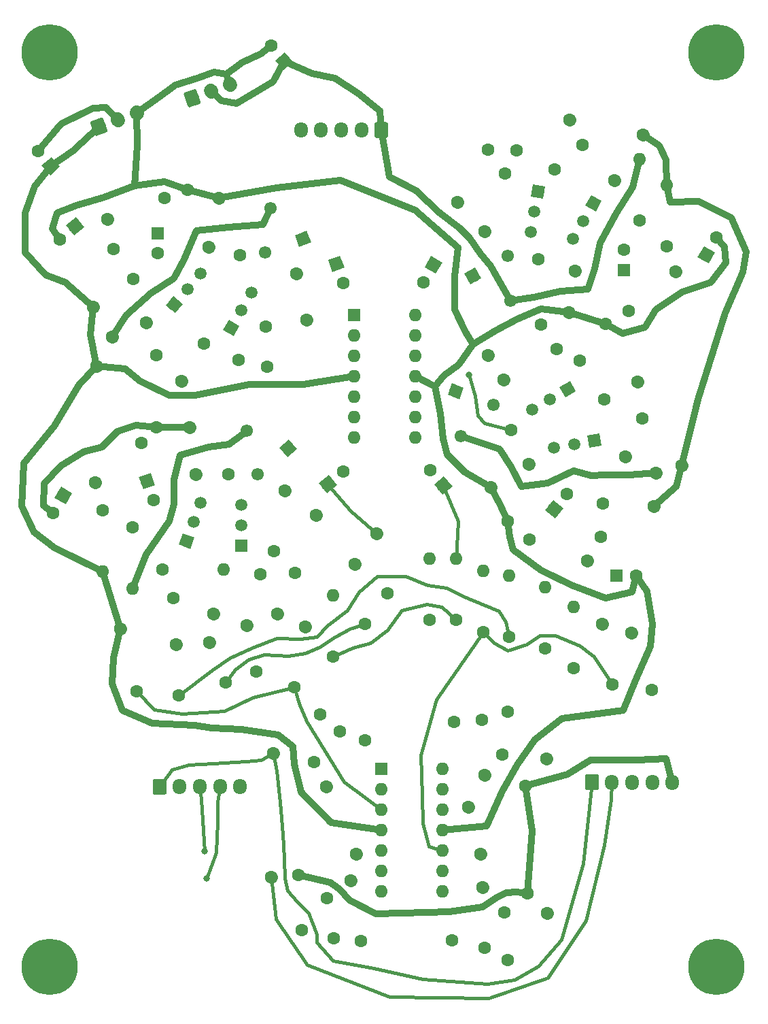
<source format=gbr>
G04 #@! TF.GenerationSoftware,KiCad,Pcbnew,(5.1.2-1)-1*
G04 #@! TF.CreationDate,2021-05-20T21:43:52-04:00*
G04 #@! TF.ProjectId,B_Format_Mic_Encoder,425f466f-726d-4617-945f-4d69635f456e,rev?*
G04 #@! TF.SameCoordinates,Original*
G04 #@! TF.FileFunction,Copper,L1,Top*
G04 #@! TF.FilePolarity,Positive*
%FSLAX46Y46*%
G04 Gerber Fmt 4.6, Leading zero omitted, Abs format (unit mm)*
G04 Created by KiCad (PCBNEW (5.1.2-1)-1) date 2021-05-20 21:43:52*
%MOMM*%
%LPD*%
G04 APERTURE LIST*
%ADD10C,7.000000*%
%ADD11C,1.600000*%
%ADD12C,1.600000*%
%ADD13C,0.100000*%
%ADD14R,1.600000X1.600000*%
%ADD15C,1.700000*%
%ADD16O,1.700000X1.950000*%
%ADD17C,1.700000*%
%ADD18C,1.500000*%
%ADD19R,1.500000X1.500000*%
%ADD20O,1.600000X1.600000*%
%ADD21C,1.550000*%
%ADD22C,0.800000*%
%ADD23C,0.812800*%
%ADD24C,0.406400*%
G04 APERTURE END LIST*
D10*
X17780000Y-131572000D03*
X100838000Y-131572000D03*
X100838000Y-17780000D03*
X17780000Y-17780000D03*
D11*
X74803000Y-99822000D03*
X79701042Y-105659259D03*
D12*
X79701042Y-105659259D02*
X79701042Y-105659259D01*
D11*
X45357631Y-16969789D03*
X46964600Y-18884900D03*
D13*
G36*
X48091666Y-18983505D02*
G01*
X46865995Y-20011966D01*
X45837534Y-18786295D01*
X47063205Y-17757834D01*
X48091666Y-18983505D01*
X48091666Y-18983505D01*
G37*
D11*
X16312731Y-30025389D03*
X17919700Y-31940500D03*
D13*
G36*
X19046766Y-32039105D02*
G01*
X17821095Y-33067566D01*
X16792634Y-31841895D01*
X18018305Y-30813434D01*
X19046766Y-32039105D01*
X19046766Y-32039105D01*
G37*
D11*
X90869433Y-82854518D03*
D14*
X88369433Y-82854518D03*
D11*
X20937003Y-39422494D03*
D13*
G36*
X21035608Y-38295428D02*
G01*
X22064069Y-39521099D01*
X20838398Y-40549560D01*
X19809937Y-39323889D01*
X21035608Y-38295428D01*
X21035608Y-38295428D01*
G37*
D11*
X19021892Y-41029463D03*
X19472082Y-72912827D03*
D13*
G36*
X19179262Y-71820007D02*
G01*
X20564902Y-72620007D01*
X19764902Y-74005647D01*
X18379262Y-73205647D01*
X19179262Y-71820007D01*
X19179262Y-71820007D01*
G37*
D11*
X18222082Y-75077891D03*
X99576817Y-42972418D03*
D13*
G36*
X99869637Y-44065238D02*
G01*
X98483997Y-43265238D01*
X99283997Y-41879598D01*
X100669637Y-42679598D01*
X99869637Y-44065238D01*
X99869637Y-44065238D01*
G37*
D11*
X100826817Y-40807354D03*
X82238191Y-72716905D03*
X80631222Y-74632016D03*
D13*
G36*
X80729827Y-75759082D02*
G01*
X79504156Y-74730621D01*
X80532617Y-73504950D01*
X81758288Y-74533411D01*
X80729827Y-75759082D01*
X80729827Y-75759082D01*
G37*
D14*
X31245078Y-40265781D03*
D11*
X31245078Y-42765781D03*
X29905422Y-71121259D03*
D13*
G36*
X28880052Y-70643121D02*
G01*
X30383560Y-70095889D01*
X30930792Y-71599397D01*
X29427284Y-72146629D01*
X28880052Y-70643121D01*
X28880052Y-70643121D01*
G37*
D11*
X30760472Y-73470491D03*
X89351921Y-42354340D03*
D14*
X89351921Y-44854340D03*
D11*
X66814700Y-71678800D03*
D13*
G36*
X67941766Y-71777405D02*
G01*
X66716095Y-72805866D01*
X65687634Y-71580195D01*
X66913305Y-70551734D01*
X67941766Y-71777405D01*
X67941766Y-71777405D01*
G37*
D11*
X65207731Y-69763689D03*
X54334750Y-46443632D03*
X53479700Y-44094400D03*
D13*
G36*
X52454330Y-43616262D02*
G01*
X53957838Y-43069030D01*
X54505070Y-44572538D01*
X53001562Y-45119770D01*
X52454330Y-43616262D01*
X52454330Y-43616262D01*
G37*
D11*
X54353411Y-69894031D03*
X52438300Y-71501000D03*
D13*
G36*
X52339695Y-72628066D02*
G01*
X51311234Y-71402395D01*
X52536905Y-70373934D01*
X53565366Y-71599605D01*
X52339695Y-72628066D01*
X52339695Y-72628066D01*
G37*
D11*
X64345500Y-46386464D03*
X65595500Y-44221400D03*
D13*
G36*
X65302680Y-43128580D02*
G01*
X66688320Y-43928580D01*
X65888320Y-45314220D01*
X64502680Y-44514220D01*
X65302680Y-43128580D01*
X65302680Y-43128580D01*
G37*
D11*
X50672162Y-106103322D03*
X53886100Y-102273100D03*
X53200300Y-127977900D03*
X52332059Y-123053861D03*
X74426798Y-124837659D03*
X71926798Y-129167786D03*
X71628000Y-100838000D03*
X74128000Y-105168127D03*
D13*
G36*
X59717604Y-26458204D02*
G01*
X59741873Y-26461804D01*
X59765671Y-26467765D01*
X59788771Y-26476030D01*
X59810949Y-26486520D01*
X59831993Y-26499133D01*
X59851698Y-26513747D01*
X59869877Y-26530223D01*
X59886353Y-26548402D01*
X59900967Y-26568107D01*
X59913580Y-26589151D01*
X59924070Y-26611329D01*
X59932335Y-26634429D01*
X59938296Y-26658227D01*
X59941896Y-26682496D01*
X59943100Y-26707000D01*
X59943100Y-28157000D01*
X59941896Y-28181504D01*
X59938296Y-28205773D01*
X59932335Y-28229571D01*
X59924070Y-28252671D01*
X59913580Y-28274849D01*
X59900967Y-28295893D01*
X59886353Y-28315598D01*
X59869877Y-28333777D01*
X59851698Y-28350253D01*
X59831993Y-28364867D01*
X59810949Y-28377480D01*
X59788771Y-28387970D01*
X59765671Y-28396235D01*
X59741873Y-28402196D01*
X59717604Y-28405796D01*
X59693100Y-28407000D01*
X58493100Y-28407000D01*
X58468596Y-28405796D01*
X58444327Y-28402196D01*
X58420529Y-28396235D01*
X58397429Y-28387970D01*
X58375251Y-28377480D01*
X58354207Y-28364867D01*
X58334502Y-28350253D01*
X58316323Y-28333777D01*
X58299847Y-28315598D01*
X58285233Y-28295893D01*
X58272620Y-28274849D01*
X58262130Y-28252671D01*
X58253865Y-28229571D01*
X58247904Y-28205773D01*
X58244304Y-28181504D01*
X58243100Y-28157000D01*
X58243100Y-26707000D01*
X58244304Y-26682496D01*
X58247904Y-26658227D01*
X58253865Y-26634429D01*
X58262130Y-26611329D01*
X58272620Y-26589151D01*
X58285233Y-26568107D01*
X58299847Y-26548402D01*
X58316323Y-26530223D01*
X58334502Y-26513747D01*
X58354207Y-26499133D01*
X58375251Y-26486520D01*
X58397429Y-26476030D01*
X58420529Y-26467765D01*
X58444327Y-26461804D01*
X58468596Y-26458204D01*
X58493100Y-26457000D01*
X59693100Y-26457000D01*
X59717604Y-26458204D01*
X59717604Y-26458204D01*
G37*
D15*
X59093100Y-27432000D03*
D16*
X56593100Y-27432000D03*
X54093100Y-27432000D03*
X51593100Y-27432000D03*
X49093100Y-27432000D03*
X95331300Y-108585000D03*
X92831300Y-108585000D03*
X90331300Y-108585000D03*
X87831300Y-108585000D03*
D13*
G36*
X85955804Y-107611204D02*
G01*
X85980073Y-107614804D01*
X86003871Y-107620765D01*
X86026971Y-107629030D01*
X86049149Y-107639520D01*
X86070193Y-107652133D01*
X86089898Y-107666747D01*
X86108077Y-107683223D01*
X86124553Y-107701402D01*
X86139167Y-107721107D01*
X86151780Y-107742151D01*
X86162270Y-107764329D01*
X86170535Y-107787429D01*
X86176496Y-107811227D01*
X86180096Y-107835496D01*
X86181300Y-107860000D01*
X86181300Y-109310000D01*
X86180096Y-109334504D01*
X86176496Y-109358773D01*
X86170535Y-109382571D01*
X86162270Y-109405671D01*
X86151780Y-109427849D01*
X86139167Y-109448893D01*
X86124553Y-109468598D01*
X86108077Y-109486777D01*
X86089898Y-109503253D01*
X86070193Y-109517867D01*
X86049149Y-109530480D01*
X86026971Y-109540970D01*
X86003871Y-109549235D01*
X85980073Y-109555196D01*
X85955804Y-109558796D01*
X85931300Y-109560000D01*
X84731300Y-109560000D01*
X84706796Y-109558796D01*
X84682527Y-109555196D01*
X84658729Y-109549235D01*
X84635629Y-109540970D01*
X84613451Y-109530480D01*
X84592407Y-109517867D01*
X84572702Y-109503253D01*
X84554523Y-109486777D01*
X84538047Y-109468598D01*
X84523433Y-109448893D01*
X84510820Y-109427849D01*
X84500330Y-109405671D01*
X84492065Y-109382571D01*
X84486104Y-109358773D01*
X84482504Y-109334504D01*
X84481300Y-109310000D01*
X84481300Y-107860000D01*
X84482504Y-107835496D01*
X84486104Y-107811227D01*
X84492065Y-107787429D01*
X84500330Y-107764329D01*
X84510820Y-107742151D01*
X84523433Y-107721107D01*
X84538047Y-107701402D01*
X84554523Y-107683223D01*
X84572702Y-107666747D01*
X84592407Y-107652133D01*
X84613451Y-107639520D01*
X84635629Y-107629030D01*
X84658729Y-107620765D01*
X84682527Y-107614804D01*
X84706796Y-107611204D01*
X84731300Y-107610000D01*
X85931300Y-107610000D01*
X85955804Y-107611204D01*
X85955804Y-107611204D01*
G37*
D15*
X85331300Y-108585000D03*
D13*
G36*
X32107804Y-108182704D02*
G01*
X32132073Y-108186304D01*
X32155871Y-108192265D01*
X32178971Y-108200530D01*
X32201149Y-108211020D01*
X32222193Y-108223633D01*
X32241898Y-108238247D01*
X32260077Y-108254723D01*
X32276553Y-108272902D01*
X32291167Y-108292607D01*
X32303780Y-108313651D01*
X32314270Y-108335829D01*
X32322535Y-108358929D01*
X32328496Y-108382727D01*
X32332096Y-108406996D01*
X32333300Y-108431500D01*
X32333300Y-109881500D01*
X32332096Y-109906004D01*
X32328496Y-109930273D01*
X32322535Y-109954071D01*
X32314270Y-109977171D01*
X32303780Y-109999349D01*
X32291167Y-110020393D01*
X32276553Y-110040098D01*
X32260077Y-110058277D01*
X32241898Y-110074753D01*
X32222193Y-110089367D01*
X32201149Y-110101980D01*
X32178971Y-110112470D01*
X32155871Y-110120735D01*
X32132073Y-110126696D01*
X32107804Y-110130296D01*
X32083300Y-110131500D01*
X30883300Y-110131500D01*
X30858796Y-110130296D01*
X30834527Y-110126696D01*
X30810729Y-110120735D01*
X30787629Y-110112470D01*
X30765451Y-110101980D01*
X30744407Y-110089367D01*
X30724702Y-110074753D01*
X30706523Y-110058277D01*
X30690047Y-110040098D01*
X30675433Y-110020393D01*
X30662820Y-109999349D01*
X30652330Y-109977171D01*
X30644065Y-109954071D01*
X30638104Y-109930273D01*
X30634504Y-109906004D01*
X30633300Y-109881500D01*
X30633300Y-108431500D01*
X30634504Y-108406996D01*
X30638104Y-108382727D01*
X30644065Y-108358929D01*
X30652330Y-108335829D01*
X30662820Y-108313651D01*
X30675433Y-108292607D01*
X30690047Y-108272902D01*
X30706523Y-108254723D01*
X30724702Y-108238247D01*
X30744407Y-108223633D01*
X30765451Y-108211020D01*
X30787629Y-108200530D01*
X30810729Y-108192265D01*
X30834527Y-108186304D01*
X30858796Y-108182704D01*
X30883300Y-108181500D01*
X32083300Y-108181500D01*
X32107804Y-108182704D01*
X32107804Y-108182704D01*
G37*
D15*
X31483300Y-109156500D03*
D16*
X33983300Y-109156500D03*
X36483300Y-109156500D03*
X38983300Y-109156500D03*
X41483300Y-109156500D03*
D13*
G36*
X24265284Y-25891620D02*
G01*
X24289372Y-25896275D01*
X24312888Y-25903269D01*
X24335606Y-25912534D01*
X24357305Y-25923981D01*
X24377778Y-25937500D01*
X24396828Y-25952960D01*
X24414270Y-25970213D01*
X24429938Y-25989093D01*
X24443679Y-26009418D01*
X24455362Y-26030991D01*
X24464874Y-26053606D01*
X24960803Y-27416160D01*
X24968053Y-27439598D01*
X24972970Y-27463634D01*
X24975508Y-27488036D01*
X24975642Y-27512570D01*
X24973371Y-27536998D01*
X24968716Y-27561086D01*
X24961722Y-27584602D01*
X24952457Y-27607320D01*
X24941010Y-27629019D01*
X24927491Y-27649492D01*
X24912031Y-27668542D01*
X24894778Y-27685984D01*
X24875898Y-27701652D01*
X24855573Y-27715393D01*
X24834000Y-27727076D01*
X24811385Y-27736588D01*
X23683754Y-28147012D01*
X23660316Y-28154262D01*
X23636280Y-28159179D01*
X23611878Y-28161717D01*
X23587344Y-28161851D01*
X23562916Y-28159580D01*
X23538828Y-28154925D01*
X23515312Y-28147931D01*
X23492594Y-28138666D01*
X23470895Y-28127219D01*
X23450422Y-28113700D01*
X23431372Y-28098240D01*
X23413930Y-28080987D01*
X23398262Y-28062107D01*
X23384521Y-28041782D01*
X23372838Y-28020209D01*
X23363326Y-27997594D01*
X22867397Y-26635040D01*
X22860147Y-26611602D01*
X22855230Y-26587566D01*
X22852692Y-26563164D01*
X22852558Y-26538630D01*
X22854829Y-26514202D01*
X22859484Y-26490114D01*
X22866478Y-26466598D01*
X22875743Y-26443880D01*
X22887190Y-26422181D01*
X22900709Y-26401708D01*
X22916169Y-26382658D01*
X22933422Y-26365216D01*
X22952302Y-26349548D01*
X22972627Y-26335807D01*
X22994200Y-26324124D01*
X23016815Y-26314612D01*
X24144446Y-25904188D01*
X24167884Y-25896938D01*
X24191920Y-25892021D01*
X24216322Y-25889483D01*
X24240856Y-25889349D01*
X24265284Y-25891620D01*
X24265284Y-25891620D01*
G37*
D15*
X23914100Y-27025600D03*
X26263332Y-26170550D03*
D17*
X26220579Y-26053088D02*
X26306085Y-26288012D01*
D15*
X28612563Y-25315499D03*
D17*
X28569810Y-25198037D02*
X28655316Y-25432961D01*
D15*
X40245763Y-21759499D03*
D17*
X40203010Y-21642037D02*
X40288516Y-21876961D01*
D15*
X37896532Y-22614550D03*
D17*
X37853779Y-22497088D02*
X37939285Y-22732012D01*
D13*
G36*
X35898484Y-22335620D02*
G01*
X35922572Y-22340275D01*
X35946088Y-22347269D01*
X35968806Y-22356534D01*
X35990505Y-22367981D01*
X36010978Y-22381500D01*
X36030028Y-22396960D01*
X36047470Y-22414213D01*
X36063138Y-22433093D01*
X36076879Y-22453418D01*
X36088562Y-22474991D01*
X36098074Y-22497606D01*
X36594003Y-23860160D01*
X36601253Y-23883598D01*
X36606170Y-23907634D01*
X36608708Y-23932036D01*
X36608842Y-23956570D01*
X36606571Y-23980998D01*
X36601916Y-24005086D01*
X36594922Y-24028602D01*
X36585657Y-24051320D01*
X36574210Y-24073019D01*
X36560691Y-24093492D01*
X36545231Y-24112542D01*
X36527978Y-24129984D01*
X36509098Y-24145652D01*
X36488773Y-24159393D01*
X36467200Y-24171076D01*
X36444585Y-24180588D01*
X35316954Y-24591012D01*
X35293516Y-24598262D01*
X35269480Y-24603179D01*
X35245078Y-24605717D01*
X35220544Y-24605851D01*
X35196116Y-24603580D01*
X35172028Y-24598925D01*
X35148512Y-24591931D01*
X35125794Y-24582666D01*
X35104095Y-24571219D01*
X35083622Y-24557700D01*
X35064572Y-24542240D01*
X35047130Y-24524987D01*
X35031462Y-24506107D01*
X35017721Y-24485782D01*
X35006038Y-24464209D01*
X34996526Y-24441594D01*
X34500597Y-23079040D01*
X34493347Y-23055602D01*
X34488430Y-23031566D01*
X34485892Y-23007164D01*
X34485758Y-22982630D01*
X34488029Y-22958202D01*
X34492684Y-22934114D01*
X34499678Y-22910598D01*
X34508943Y-22887880D01*
X34520390Y-22866181D01*
X34533909Y-22845708D01*
X34549369Y-22826658D01*
X34566622Y-22809216D01*
X34585502Y-22793548D01*
X34605827Y-22779807D01*
X34627400Y-22768124D01*
X34650015Y-22758612D01*
X35777646Y-22348188D01*
X35801084Y-22340938D01*
X35825120Y-22336021D01*
X35849522Y-22333483D01*
X35874056Y-22333349D01*
X35898484Y-22335620D01*
X35898484Y-22335620D01*
G37*
D15*
X35547300Y-23469600D03*
D18*
X85618949Y-66067837D03*
D13*
G36*
X84750107Y-65459467D02*
G01*
X86227319Y-65198995D01*
X86487791Y-66676207D01*
X85010579Y-66936679D01*
X84750107Y-65459467D01*
X84750107Y-65459467D01*
G37*
D18*
X80616126Y-66949970D03*
X83117537Y-66508903D03*
X34932081Y-47228647D03*
X36564761Y-45282894D03*
X33299400Y-49174400D03*
D13*
G36*
X34356024Y-49081957D02*
G01*
X33391843Y-50231024D01*
X32242776Y-49266843D01*
X33206957Y-48117776D01*
X34356024Y-49081957D01*
X34356024Y-49081957D01*
G37*
D18*
X35710233Y-76197647D03*
X36578964Y-73810827D03*
X34841502Y-78584466D03*
D13*
G36*
X35802787Y-78136212D02*
G01*
X35289756Y-79545751D01*
X33880217Y-79032720D01*
X34393248Y-77623181D01*
X35802787Y-78136212D01*
X35802787Y-78136212D01*
G37*
D18*
X84264985Y-38751234D03*
X82994985Y-40950938D03*
X85534985Y-36551529D03*
D13*
G36*
X84510466Y-36826048D02*
G01*
X85260466Y-35527010D01*
X86559504Y-36277010D01*
X85809504Y-37576048D01*
X84510466Y-36826048D01*
X84510466Y-36826048D01*
G37*
D18*
X80117726Y-60946402D03*
X77918022Y-62216402D03*
X82317431Y-59676402D03*
D13*
G36*
X81292912Y-59401883D02*
G01*
X82591950Y-58651883D01*
X83341950Y-59950921D01*
X82042912Y-60700921D01*
X81292912Y-59401883D01*
X81292912Y-59401883D01*
G37*
D18*
X40406247Y-52068253D03*
D13*
G36*
X41430766Y-51793734D02*
G01*
X40680766Y-53092772D01*
X39381728Y-52342772D01*
X40131728Y-51043734D01*
X41430766Y-51793734D01*
X41430766Y-51793734D01*
G37*
D18*
X42946247Y-47668844D03*
X41676247Y-49868548D03*
D19*
X41640525Y-79179304D03*
D18*
X41640525Y-74099304D03*
X41640525Y-76639304D03*
X78612719Y-35098544D03*
D13*
G36*
X77743877Y-35706914D02*
G01*
X78004349Y-34229702D01*
X79481561Y-34490174D01*
X79221089Y-35967386D01*
X77743877Y-35706914D01*
X77743877Y-35706914D01*
G37*
D18*
X77730586Y-40101367D03*
X78171653Y-37599956D03*
D11*
X93066813Y-74243764D03*
D12*
X93066813Y-74243764D02*
X93066813Y-74243764D01*
D11*
X86467699Y-78053764D03*
X23149201Y-49424321D03*
D12*
X23149201Y-49424321D02*
X23149201Y-49424321D01*
D11*
X25755394Y-42263863D03*
X24356660Y-74782502D03*
D20*
X24356660Y-82402502D03*
D11*
X94659147Y-41893129D03*
D20*
X94659147Y-34273129D03*
D11*
X84739448Y-81019737D03*
D12*
X84739448Y-81019737D02*
X84739448Y-81019737D01*
D11*
X77578990Y-78413544D03*
X24929660Y-38509887D03*
D12*
X24929660Y-38509887D02*
X24929660Y-38509887D01*
D11*
X32090118Y-35903694D03*
X29238886Y-66375373D03*
X23401627Y-71273415D03*
D12*
X23401627Y-71273415D02*
X23401627Y-71273415D01*
D11*
X89931909Y-49971263D03*
X95769168Y-45073221D03*
D12*
X95769168Y-45073221D02*
X95769168Y-45073221D01*
D11*
X93276361Y-70103335D03*
D12*
X93276361Y-70103335D02*
X93276361Y-70103335D01*
D11*
X86677247Y-73913335D03*
X28186964Y-45973963D03*
X25580771Y-53134421D03*
D12*
X25580771Y-53134421D02*
X25580771Y-53134421D01*
D11*
X28136400Y-76916098D03*
D20*
X28136400Y-84536098D03*
D11*
X91259605Y-38711048D03*
D20*
X91259605Y-31091048D03*
D11*
X89469552Y-68085988D03*
D12*
X89469552Y-68085988D02*
X89469552Y-68085988D01*
D11*
X86863359Y-60925530D03*
X77419017Y-68975872D03*
D12*
X77419017Y-68975872D02*
X77419017Y-68975872D01*
D11*
X74812824Y-76136330D03*
X29796542Y-51368807D03*
D12*
X29796542Y-51368807D02*
X29796542Y-51368807D01*
D11*
X36957000Y-53975000D03*
X37560494Y-42021675D03*
D12*
X37560494Y-42021675D02*
X37560494Y-42021675D01*
D11*
X34954301Y-34861217D03*
X31828952Y-82107017D03*
D20*
X39448952Y-82107017D03*
D11*
X31086005Y-64427569D03*
X35984047Y-70264828D03*
D12*
X35984047Y-70264828D02*
X35984047Y-70264828D01*
D11*
X80636066Y-32372873D03*
X88140301Y-33696072D03*
D12*
X88140301Y-33696072D02*
X88140301Y-33696072D01*
D11*
X87068959Y-51577787D03*
X83258959Y-44978673D03*
D12*
X83258959Y-44978673D02*
X83258959Y-44978673D01*
D11*
X96476247Y-69181638D03*
D12*
X96476247Y-69181638D02*
X96476247Y-69181638D01*
D11*
X91578205Y-63344379D03*
X23593418Y-56779503D03*
D12*
X23593418Y-56779503D02*
X23593418Y-56779503D01*
D11*
X31097653Y-55456304D03*
X33141827Y-85647411D03*
X26542713Y-89457411D03*
D12*
X26542713Y-89457411D02*
X26542713Y-89457411D01*
D11*
X84183600Y-29329826D03*
X91687835Y-28006627D03*
D12*
X91687835Y-28006627D02*
X91687835Y-28006627D01*
D11*
X83811475Y-56165668D03*
X90971933Y-58771861D03*
D12*
X90971933Y-58771861D02*
X90971933Y-58771861D01*
D11*
X75284918Y-64739266D03*
X72678725Y-71899724D03*
D12*
X72678725Y-71899724D02*
X72678725Y-71899724D01*
D11*
X41318853Y-56060910D03*
X34158395Y-58667103D03*
D12*
X34158395Y-58667103D02*
X34158395Y-58667103D01*
D11*
X41445219Y-43040462D03*
X38839026Y-35880004D03*
D12*
X38839026Y-35880004D02*
X38839026Y-35880004D01*
D11*
X38176477Y-87656420D03*
D12*
X38176477Y-87656420D02*
X38176477Y-87656420D01*
D11*
X44013736Y-82758378D03*
X35180398Y-64407170D03*
D12*
X35180398Y-64407170D02*
X35180398Y-64407170D01*
D11*
X40078440Y-70244429D03*
X82521246Y-26185283D03*
D12*
X82521246Y-26185283D02*
X82521246Y-26185283D01*
D11*
X75922132Y-29995283D03*
X82457929Y-50156394D03*
D12*
X82457929Y-50156394D02*
X82457929Y-50156394D01*
D11*
X78647929Y-43557280D03*
X74352654Y-58475310D03*
D12*
X74352654Y-58475310D02*
X74352654Y-58475310D01*
D11*
X80951768Y-54665310D03*
X48469524Y-45272579D03*
D12*
X48469524Y-45272579D02*
X48469524Y-45272579D01*
D11*
X44659524Y-51871693D03*
X45750136Y-79809284D03*
X47073335Y-72305049D03*
D12*
X47073335Y-72305049D02*
X47073335Y-72305049D01*
D11*
X74533508Y-32884657D03*
X71927315Y-40045115D03*
D12*
X71927315Y-40045115D02*
X71927315Y-40045115D01*
D11*
X78984397Y-51678714D03*
X72385283Y-55488714D03*
D12*
X72385283Y-55488714D02*
X72385283Y-55488714D01*
D11*
X44878021Y-56927888D03*
X49776063Y-51090629D03*
D12*
X49776063Y-51090629D02*
X49776063Y-51090629D01*
D11*
X50947814Y-75381599D03*
D12*
X50947814Y-75381599D02*
X50947814Y-75381599D01*
D11*
X48341621Y-82542057D03*
X68537502Y-36443917D03*
D12*
X68537502Y-36443917D02*
X68537502Y-36443917D01*
D11*
X72347502Y-29844803D03*
X28624300Y-97278334D03*
X33522342Y-91441075D03*
D12*
X33522342Y-91441075D02*
X33522342Y-91441075D01*
D11*
X49612653Y-89231856D03*
D12*
X49612653Y-89231856D02*
X49612653Y-89231856D01*
D11*
X48289454Y-96736091D03*
X65080095Y-88362215D03*
D20*
X65080095Y-80742215D03*
X79497280Y-84289212D03*
D11*
X79497280Y-91909212D03*
X53060600Y-92951300D03*
D20*
X53060600Y-85331300D03*
X68426760Y-80777798D03*
D11*
X68426760Y-88397798D03*
X46135256Y-87636457D03*
D12*
X46135256Y-87636457D02*
X46135256Y-87636457D01*
D11*
X43529063Y-94796915D03*
D20*
X83009898Y-86743509D03*
D11*
X83009898Y-94363509D03*
D20*
X71782459Y-82298006D03*
D11*
X71782459Y-89918006D03*
X87887608Y-96409152D03*
X86564409Y-88904917D03*
D12*
X86564409Y-88904917D02*
X86564409Y-88904917D01*
D11*
X42288398Y-89033932D03*
D12*
X42288398Y-89033932D02*
X42288398Y-89033932D01*
D11*
X39682205Y-96194390D03*
X57073800Y-88925400D03*
X55750601Y-81421165D03*
D12*
X55750601Y-81421165D02*
X55750601Y-81421165D01*
D11*
X59817000Y-85128100D03*
X58493801Y-77623865D03*
D12*
X58493801Y-77623865D02*
X58493801Y-77623865D01*
D11*
X92809107Y-97146257D03*
X90202914Y-89985799D03*
D12*
X90202914Y-89985799D02*
X90202914Y-89985799D01*
D11*
X37686793Y-91212435D03*
D12*
X37686793Y-91212435D02*
X37686793Y-91212435D01*
D11*
X33876793Y-97811549D03*
D20*
X75034294Y-82871391D03*
D11*
X75034294Y-90491391D03*
X48793400Y-120154700D03*
X55953858Y-117548507D03*
D12*
X55953858Y-117548507D02*
X55953858Y-117548507D01*
D11*
X71480341Y-117529958D03*
D12*
X71480341Y-117529958D02*
X71480341Y-117529958D01*
D11*
X77317600Y-122428000D03*
X77050900Y-109042200D03*
X69890442Y-111648393D03*
D12*
X69890442Y-111648393D02*
X69890442Y-111648393D01*
D11*
X57086500Y-103339900D03*
X52188458Y-109177159D03*
D12*
X52188458Y-109177159D02*
X52188458Y-109177159D01*
D11*
X55255301Y-120829265D03*
D12*
X55255301Y-120829265D02*
X55255301Y-120829265D01*
D11*
X56578500Y-128333500D03*
X71692257Y-121700024D03*
D12*
X71692257Y-121700024D02*
X71692257Y-121700024D01*
D11*
X67882257Y-128299138D03*
X71932362Y-107704988D03*
D12*
X71932362Y-107704988D02*
X71932362Y-107704988D01*
D11*
X68122362Y-101105874D03*
X51460400Y-100126800D03*
X45623141Y-105024842D03*
D12*
X45623141Y-105024842D02*
X45623141Y-105024842D01*
D11*
X49199800Y-126987300D03*
X45389800Y-120388186D03*
D12*
X45389800Y-120388186D02*
X45389800Y-120388186D01*
D11*
X79751842Y-124871141D03*
D12*
X79751842Y-124871141D02*
X79751842Y-124871141D01*
D11*
X74853800Y-130708400D03*
D21*
X68992096Y-65499224D03*
X68352965Y-59945711D03*
D13*
G36*
X67359638Y-60408907D02*
G01*
X67889769Y-58952384D01*
X69346292Y-59482515D01*
X68816161Y-60939038D01*
X67359638Y-60408907D01*
X67359638Y-60408907D01*
G37*
D21*
X73051428Y-61655812D03*
X44645196Y-42686669D03*
X49343659Y-40976568D03*
D13*
G36*
X49806855Y-39983241D02*
G01*
X50336986Y-41439764D01*
X48880463Y-41969895D01*
X48350332Y-40513372D01*
X49806855Y-39983241D01*
X49806855Y-39983241D01*
G37*
D21*
X45284327Y-37133155D03*
X42343551Y-64832747D03*
X47472600Y-67056000D03*
D13*
G36*
X47568124Y-65964155D02*
G01*
X48564445Y-67151524D01*
X47377076Y-68147845D01*
X46380755Y-66960476D01*
X47568124Y-65964155D01*
X47568124Y-65964155D01*
G37*
D21*
X43642378Y-70269938D03*
X74812325Y-43101322D03*
X70482198Y-45601322D03*
D13*
G36*
X70198528Y-46659992D02*
G01*
X69423528Y-45317652D01*
X70765868Y-44542652D01*
X71540868Y-45884992D01*
X70198528Y-46659992D01*
X70198528Y-46659992D01*
G37*
D21*
X75147262Y-48681449D03*
D20*
X63360300Y-50419000D03*
X55740300Y-65659000D03*
X63360300Y-52959000D03*
X55740300Y-63119000D03*
X63360300Y-55499000D03*
X55740300Y-60579000D03*
X63360300Y-58039000D03*
X55740300Y-58039000D03*
X63360300Y-60579000D03*
X55740300Y-55499000D03*
X63360300Y-63119000D03*
X55740300Y-52959000D03*
X63360300Y-65659000D03*
D14*
X55740300Y-50419000D03*
X59093100Y-106972100D03*
D20*
X66713100Y-122212100D03*
X59093100Y-109512100D03*
X66713100Y-119672100D03*
X59093100Y-112052100D03*
X66713100Y-117132100D03*
X59093100Y-114592100D03*
X66713100Y-114592100D03*
X59093100Y-117132100D03*
X66713100Y-112052100D03*
X59093100Y-119672100D03*
X66713100Y-109512100D03*
X59093100Y-122212100D03*
X66713100Y-106972100D03*
D22*
X37299900Y-120561100D03*
X37071300Y-117208300D03*
X69989700Y-57937400D03*
D23*
X38839026Y-35880004D02*
X34954301Y-34861217D01*
X34954301Y-34861217D02*
X32067500Y-33896300D01*
X32067500Y-33896300D02*
X28371800Y-34378900D01*
X28371800Y-34378900D02*
X24536400Y-35788600D01*
X24536400Y-35788600D02*
X21069300Y-36842700D01*
X21069300Y-36842700D02*
X18694400Y-37731700D01*
X18694400Y-37731700D02*
X18072100Y-39700200D01*
X18072100Y-39700200D02*
X19021892Y-41029463D01*
X18222082Y-75077891D02*
X17043400Y-74142600D01*
X17043400Y-74142600D02*
X17068800Y-71437500D01*
X17068800Y-71437500D02*
X19126200Y-69240400D01*
X19126200Y-69240400D02*
X21983700Y-67437000D01*
X21983700Y-67437000D02*
X24282400Y-66878200D01*
X24282400Y-66878200D02*
X26238200Y-64973200D01*
X26238200Y-64973200D02*
X28511500Y-64160400D01*
X28511500Y-64160400D02*
X31086005Y-64427569D01*
X35180398Y-64407170D02*
X31086005Y-64427569D01*
X72678725Y-71899724D02*
X73926700Y-74079100D01*
X73926700Y-74079100D02*
X74812824Y-76136330D01*
X90869433Y-82854518D02*
X90309700Y-84912200D01*
X90309700Y-84912200D02*
X87045800Y-85674200D01*
X87045800Y-85674200D02*
X82765900Y-84061300D01*
X82765900Y-84061300D02*
X78994000Y-82194400D01*
X78994000Y-82194400D02*
X75514200Y-79629000D01*
X75514200Y-79629000D02*
X75120500Y-78028800D01*
X75120500Y-78028800D02*
X74812824Y-76136330D01*
X100826817Y-40807354D02*
X101854000Y-41998900D01*
X101854000Y-41998900D02*
X101981000Y-43929300D01*
X101981000Y-43929300D02*
X100139500Y-46367700D01*
X100139500Y-46367700D02*
X96583500Y-47574200D01*
X96583500Y-47574200D02*
X93256100Y-49822100D01*
X93256100Y-49822100D02*
X91948000Y-51981100D01*
X91948000Y-51981100D02*
X89115900Y-52705000D01*
X89115900Y-52705000D02*
X87068959Y-51577787D01*
X87068959Y-51577787D02*
X82457929Y-50156394D01*
X63360300Y-58039000D02*
X65735200Y-59334400D01*
X65735200Y-59334400D02*
X66484500Y-62699900D01*
X66484500Y-62699900D02*
X66814700Y-65874900D01*
X66814700Y-65874900D02*
X67322700Y-67779900D01*
X67322700Y-67779900D02*
X69481700Y-70040500D01*
X69481700Y-70040500D02*
X72678725Y-71899724D01*
X82457929Y-50156394D02*
X78994000Y-49695100D01*
X78994000Y-49695100D02*
X76034900Y-50939700D01*
X76034900Y-50939700D02*
X73329800Y-52438300D01*
X73329800Y-52438300D02*
X70535800Y-54063900D01*
X70535800Y-54063900D02*
X68745100Y-56680100D01*
X68745100Y-56680100D02*
X66852800Y-58013600D01*
X66852800Y-58013600D02*
X65735200Y-59334400D01*
X38839026Y-35880004D02*
X46037500Y-34632900D01*
X46037500Y-34632900D02*
X53987700Y-33655000D01*
X53987700Y-33655000D02*
X63334900Y-37426900D01*
X63334900Y-37426900D02*
X68643500Y-42037000D01*
X68643500Y-42037000D02*
X68249800Y-45618400D01*
X68249800Y-45618400D02*
X68249800Y-49784000D01*
X68249800Y-49784000D02*
X69570600Y-52565300D01*
X69570600Y-52565300D02*
X70535800Y-54063900D01*
X28612563Y-25315499D02*
X31470600Y-23304500D01*
X31470600Y-23304500D02*
X33401000Y-21856700D01*
X33401000Y-21856700D02*
X36118800Y-20955000D01*
X36118800Y-20955000D02*
X38290500Y-20193000D01*
X38290500Y-20193000D02*
X39763700Y-20447000D01*
X39763700Y-20447000D02*
X40245763Y-21759499D01*
X39763700Y-20447000D02*
X41744900Y-19050000D01*
X41744900Y-19050000D02*
X44119800Y-17907000D01*
X44119800Y-17907000D02*
X45357631Y-16969789D01*
X28371800Y-34378900D02*
X28651200Y-29387800D01*
X28651200Y-29387800D02*
X28612563Y-25315499D01*
X66713100Y-114592100D02*
X72250300Y-114071400D01*
X72250300Y-114071400D02*
X74129900Y-109753400D01*
X74129900Y-109753400D02*
X76047600Y-106464100D01*
X76047600Y-106464100D02*
X78206600Y-103327200D01*
X78206600Y-103327200D02*
X81597500Y-100685600D01*
X81597500Y-100685600D02*
X89217500Y-99631500D01*
X89217500Y-99631500D02*
X90728800Y-95935800D01*
X90728800Y-95935800D02*
X92608400Y-91706700D01*
X92608400Y-91706700D02*
X92837000Y-88925400D01*
X92837000Y-88925400D02*
X92163900Y-84848700D01*
X92163900Y-84848700D02*
X90869433Y-82854518D01*
D24*
X68426760Y-80777798D02*
X68681600Y-76136500D01*
X68681600Y-76136500D02*
X66814700Y-71678800D01*
X58493801Y-77623865D02*
X55308500Y-74853800D01*
X55308500Y-74853800D02*
X52438300Y-71501000D01*
X39682205Y-96194390D02*
X40919400Y-94602300D01*
X40919400Y-94602300D02*
X42570400Y-93306900D01*
X42570400Y-93306900D02*
X44513500Y-92722700D01*
X44513500Y-92722700D02*
X47510700Y-92900500D01*
X47510700Y-92900500D02*
X49631600Y-92544900D01*
X49631600Y-92544900D02*
X51396900Y-91782900D01*
X51396900Y-91782900D02*
X53289200Y-90538300D01*
X53289200Y-90538300D02*
X55232300Y-89484200D01*
X55232300Y-89484200D02*
X57073800Y-88925400D01*
X33876793Y-97811549D02*
X37973000Y-94665800D01*
X37973000Y-94665800D02*
X40208200Y-93129100D01*
X40208200Y-93129100D02*
X42976800Y-91833700D01*
X42976800Y-91833700D02*
X46037500Y-90716100D01*
X46037500Y-90716100D02*
X49047400Y-90779600D01*
X49047400Y-90779600D02*
X51066700Y-90487500D01*
X51066700Y-90487500D02*
X52412900Y-89052400D01*
X52412900Y-89052400D02*
X54825900Y-87223600D01*
X54825900Y-87223600D02*
X56273700Y-84937600D01*
X56273700Y-84937600D02*
X58559700Y-82943700D01*
X58559700Y-82943700D02*
X62153800Y-82943700D01*
X62153800Y-82943700D02*
X64833500Y-84048600D01*
X64833500Y-84048600D02*
X67233800Y-84404200D01*
X67233800Y-84404200D02*
X69405500Y-85471000D01*
X69405500Y-85471000D02*
X73748900Y-87249000D01*
X73748900Y-87249000D02*
X74574400Y-88658700D01*
X74574400Y-88658700D02*
X75034294Y-90491391D01*
D23*
X23593418Y-56779503D02*
X22834600Y-52895500D01*
X22834600Y-52895500D02*
X23149201Y-49424321D01*
X26542713Y-89457411D02*
X24356660Y-82402502D01*
X94659147Y-34273129D02*
X94526100Y-31191200D01*
X94526100Y-31191200D02*
X93675200Y-29387800D01*
X93675200Y-29387800D02*
X91687835Y-28006627D01*
X55740300Y-58039000D02*
X49364900Y-59131200D01*
X49364900Y-59131200D02*
X42633900Y-59131200D01*
X42633900Y-59131200D02*
X35890200Y-60477400D01*
X35890200Y-60477400D02*
X32677100Y-60426600D01*
X32677100Y-60426600D02*
X28994100Y-58712100D01*
X28994100Y-58712100D02*
X27190700Y-57111900D01*
X27190700Y-57111900D02*
X23593418Y-56779503D01*
X24356660Y-82402502D02*
X18364200Y-79438500D01*
X18364200Y-79438500D02*
X15786100Y-77470000D01*
X15786100Y-77470000D02*
X14274800Y-74269600D01*
X14274800Y-74269600D02*
X14541500Y-68922900D01*
X14541500Y-68922900D02*
X18364200Y-64300100D01*
X18364200Y-64300100D02*
X21399500Y-59220100D01*
X21399500Y-59220100D02*
X23593418Y-56779503D01*
X93066813Y-74243764D02*
X95859600Y-71767700D01*
X95859600Y-71767700D02*
X96476247Y-69181638D01*
X96476247Y-69181638D02*
X98552000Y-60947300D01*
X98552000Y-60947300D02*
X101892100Y-50203100D01*
X101892100Y-50203100D02*
X104114600Y-45161200D01*
X104114600Y-45161200D02*
X104584500Y-42557700D01*
X104584500Y-42557700D02*
X102717600Y-38379400D01*
X102717600Y-38379400D02*
X98628200Y-36334700D01*
X98628200Y-36334700D02*
X95097600Y-36423600D01*
X95097600Y-36423600D02*
X94659147Y-34273129D01*
X23914100Y-27025600D02*
X20637500Y-30086300D01*
X20637500Y-30086300D02*
X17919700Y-31940500D01*
X23149201Y-49424321D02*
X19685000Y-46355000D01*
X19685000Y-46355000D02*
X17233900Y-45453300D01*
X17233900Y-45453300D02*
X14681200Y-42672000D01*
X14681200Y-42672000D02*
X14681200Y-37795200D01*
X14681200Y-37795200D02*
X15938500Y-34442400D01*
X15938500Y-34442400D02*
X17919700Y-31940500D01*
X59093100Y-114592100D02*
X52781200Y-113626900D01*
X52781200Y-113626900D02*
X49060100Y-109804200D01*
X49060100Y-109804200D02*
X48285400Y-106375200D01*
X48285400Y-106375200D02*
X48069500Y-104152700D01*
X48069500Y-104152700D02*
X46240700Y-102666800D01*
X46240700Y-102666800D02*
X41643300Y-101993700D01*
X41643300Y-101993700D02*
X37985700Y-101892100D01*
X37985700Y-101892100D02*
X35826700Y-101498400D01*
X35826700Y-101498400D02*
X30568900Y-101257100D01*
X30568900Y-101257100D02*
X26835100Y-99682300D01*
X26835100Y-99682300D02*
X25565100Y-96342200D01*
X25565100Y-96342200D02*
X25755600Y-93091000D01*
X25755600Y-93091000D02*
X26542713Y-89457411D01*
X25580771Y-53134421D02*
X27317700Y-50431700D01*
X27317700Y-50431700D02*
X30378400Y-47713900D01*
X30378400Y-47713900D02*
X33223200Y-45847000D01*
X33223200Y-45847000D02*
X34544000Y-43497500D01*
X34544000Y-43497500D02*
X36080700Y-39954200D01*
X36080700Y-39954200D02*
X40030400Y-39560500D01*
X40030400Y-39560500D02*
X44323000Y-39217600D01*
X44323000Y-39217600D02*
X45284327Y-37133155D01*
X29819600Y-80251300D02*
X32702500Y-76098400D01*
X32702500Y-76098400D02*
X33261300Y-73990200D01*
X33261300Y-73990200D02*
X33261300Y-70980300D01*
X33261300Y-70980300D02*
X34036000Y-67881500D01*
X34036000Y-67881500D02*
X37553900Y-66903600D01*
X37553900Y-66903600D02*
X40081200Y-66548000D01*
X40081200Y-66548000D02*
X42074684Y-65092823D01*
X68992096Y-65499224D02*
X73837800Y-67106800D01*
X73837800Y-67106800D02*
X75285600Y-69303900D01*
X75285600Y-69303900D02*
X76530200Y-71793100D01*
X76530200Y-71793100D02*
X79794100Y-71348600D01*
X79794100Y-71348600D02*
X83058000Y-69875400D01*
X83058000Y-69875400D02*
X85229700Y-70472300D01*
X85229700Y-70472300D02*
X86969600Y-70396100D01*
X86969600Y-70396100D02*
X90004900Y-70396100D01*
X90004900Y-70396100D02*
X93276361Y-70103335D01*
X91259605Y-31091048D02*
X90398600Y-34518600D01*
X90398600Y-34518600D02*
X88366600Y-37782500D01*
X88366600Y-37782500D02*
X86321900Y-41503600D01*
X86321900Y-41503600D02*
X85661500Y-44729400D01*
X85661500Y-44729400D02*
X84836000Y-47269400D01*
X84836000Y-47269400D02*
X81470500Y-47523400D01*
X81470500Y-47523400D02*
X78054200Y-48247300D01*
X78054200Y-48247300D02*
X75147262Y-48681449D01*
X75147262Y-48681449D02*
X72745600Y-44323000D01*
X72745600Y-44323000D02*
X71475600Y-42849800D01*
X71475600Y-42849800D02*
X70065900Y-40881300D01*
X70065900Y-40881300D02*
X68846700Y-39649400D01*
X68846700Y-39649400D02*
X66344800Y-37744400D01*
X66344800Y-37744400D02*
X63423800Y-35001200D01*
X63423800Y-35001200D02*
X60083700Y-33312100D01*
X60083700Y-33312100D02*
X60083700Y-33312100D01*
X77317600Y-122428000D02*
X77876400Y-114604800D01*
X77876400Y-114604800D02*
X77050900Y-109042200D01*
X77050900Y-109042200D02*
X82321400Y-107645200D01*
X82321400Y-107645200D02*
X85140800Y-105791000D01*
X85140800Y-105791000D02*
X90970100Y-105791000D01*
X90970100Y-105791000D02*
X94602300Y-105702100D01*
X94602300Y-105702100D02*
X95331300Y-108585000D01*
X48793400Y-120154700D02*
X52755800Y-121069100D01*
X52755800Y-121069100D02*
X53911500Y-121932700D01*
X53911500Y-121932700D02*
X55079900Y-123240800D01*
X55079900Y-123240800D02*
X58381900Y-124942600D01*
X58381900Y-124942600D02*
X64693800Y-124777500D01*
X64693800Y-124777500D02*
X67551300Y-124688600D01*
X67551300Y-124688600D02*
X71704200Y-124117100D01*
X71704200Y-124117100D02*
X73494900Y-122910600D01*
X73494900Y-122910600D02*
X74650600Y-122377200D01*
X74650600Y-122377200D02*
X75895200Y-122250200D01*
X75895200Y-122250200D02*
X77317600Y-122428000D01*
X28136400Y-84536098D02*
X29819600Y-80251300D01*
X37896532Y-22614550D02*
X39154100Y-23812500D01*
X39154100Y-23812500D02*
X41046400Y-24091900D01*
X41046400Y-24091900D02*
X42926000Y-23037800D01*
X42926000Y-23037800D02*
X45618400Y-21412200D01*
X45618400Y-21412200D02*
X46964600Y-18884900D01*
X16312731Y-30025389D02*
X19202400Y-26682700D01*
X19202400Y-26682700D02*
X23190200Y-24714200D01*
X23190200Y-24714200D02*
X24790400Y-24663400D01*
X24790400Y-24663400D02*
X26263332Y-26170550D01*
X60083700Y-33312100D02*
X59093100Y-27432000D01*
X59093100Y-27432000D02*
X58928000Y-25044400D01*
X58928000Y-25044400D02*
X56261000Y-22948900D01*
X56261000Y-22948900D02*
X53314600Y-20955000D01*
X53314600Y-20955000D02*
X50457100Y-20434300D01*
X50457100Y-20434300D02*
X46964600Y-18884900D01*
D24*
X37299900Y-120561100D02*
X38531800Y-117309900D01*
X38531800Y-117309900D02*
X38646100Y-113576100D01*
X38646100Y-113576100D02*
X38709600Y-111010700D01*
X38709600Y-111010700D02*
X38983300Y-109156500D01*
X37071300Y-117208300D02*
X36626800Y-110756700D01*
X36626800Y-110756700D02*
X36483300Y-109156500D01*
X45389800Y-120388186D02*
X45935900Y-125615700D01*
X45935900Y-125615700D02*
X49834800Y-131305300D01*
X49834800Y-131305300D02*
X60134500Y-135293100D01*
X60134500Y-135293100D02*
X72466200Y-135445500D01*
X72466200Y-135445500D02*
X79870300Y-132943600D01*
X79870300Y-132943600D02*
X84556600Y-125844300D01*
X84556600Y-125844300D02*
X86893400Y-116408200D01*
X86893400Y-116408200D02*
X87680800Y-110718600D01*
X87680800Y-110718600D02*
X87831300Y-108585000D01*
X85331300Y-108585000D02*
X84264500Y-118732300D01*
X84264500Y-118732300D02*
X81495900Y-128168400D01*
X81495900Y-128168400D02*
X78676500Y-131470400D01*
X78676500Y-131470400D02*
X75692000Y-133210300D01*
X75692000Y-133210300D02*
X72313800Y-133705600D01*
X72313800Y-133705600D02*
X64287400Y-133134100D01*
X64287400Y-133134100D02*
X58140600Y-131724400D01*
X58140600Y-131724400D02*
X53098700Y-130784600D01*
X53098700Y-130784600D02*
X51003200Y-128485900D01*
X51003200Y-128485900D02*
X51041300Y-127482600D01*
X51041300Y-127482600D02*
X50063400Y-124917200D01*
X50063400Y-124917200D02*
X48564800Y-123405900D01*
X48564800Y-123405900D02*
X47396400Y-122072400D01*
X47396400Y-122072400D02*
X47104300Y-120535700D01*
X47104300Y-120535700D02*
X46939200Y-118033800D01*
X46939200Y-118033800D02*
X46812200Y-115100100D01*
X46812200Y-115100100D02*
X46494700Y-111048800D01*
X46494700Y-111048800D02*
X46088300Y-107213400D01*
X46088300Y-107213400D02*
X45623141Y-105024842D01*
X31483300Y-109156500D02*
X32969200Y-107035600D01*
X32969200Y-107035600D02*
X35166300Y-106426000D01*
X35166300Y-106426000D02*
X38074600Y-106260900D01*
X38074600Y-106260900D02*
X42202100Y-106032300D01*
X42202100Y-106032300D02*
X44094400Y-105867200D01*
X44094400Y-105867200D02*
X45623141Y-105024842D01*
X75284918Y-64739266D02*
X71920100Y-63931800D01*
X71920100Y-63931800D02*
X71081900Y-62992000D01*
X71081900Y-62992000D02*
X70739000Y-60540900D01*
X70739000Y-60540900D02*
X69989700Y-57937400D01*
X69989700Y-57937400D02*
X69989700Y-57937400D01*
X51955700Y-104533700D02*
X54444900Y-108559600D01*
X54444900Y-108559600D02*
X56756300Y-110223300D01*
X56756300Y-110223300D02*
X59093100Y-112052100D01*
X48289454Y-96736091D02*
X43078400Y-98005900D01*
X43078400Y-98005900D02*
X39497000Y-99707700D01*
X39497000Y-99707700D02*
X34290000Y-100101400D01*
X34290000Y-100101400D02*
X30772100Y-99542600D01*
X30772100Y-99542600D02*
X28624300Y-97278334D01*
X51955700Y-104533700D02*
X49733200Y-101041200D01*
X49733200Y-101041200D02*
X48882300Y-98806000D01*
X48882300Y-98806000D02*
X48289454Y-96736091D01*
X68426760Y-88397798D02*
X66611500Y-86766400D01*
X66611500Y-86766400D02*
X64719200Y-86410800D01*
X64719200Y-86410800D02*
X61633100Y-87198200D01*
X61633100Y-87198200D02*
X59867800Y-89649300D01*
X59867800Y-89649300D02*
X57772300Y-91262200D01*
X57772300Y-91262200D02*
X55524400Y-91859100D01*
X55524400Y-91859100D02*
X53060600Y-92951300D01*
X71782459Y-89918006D02*
X73126600Y-91262200D01*
X73126600Y-91262200D02*
X74803000Y-92240100D01*
X74803000Y-92240100D02*
X77177900Y-91478100D01*
X77177900Y-91478100D02*
X78854300Y-90297000D01*
X78854300Y-90297000D02*
X80797400Y-90347800D01*
X80797400Y-90347800D02*
X83820000Y-91592400D01*
X83820000Y-91592400D02*
X85598000Y-92938600D01*
X85598000Y-92938600D02*
X87887608Y-96409152D01*
X71782459Y-89918006D02*
X65938400Y-98285300D01*
X65938400Y-98285300D02*
X63957200Y-105232200D01*
X63957200Y-105232200D02*
X64147700Y-110210600D01*
X64147700Y-110210600D02*
X64287400Y-113728500D01*
X64287400Y-113728500D02*
X64998600Y-116598700D01*
X64998600Y-116598700D02*
X66713100Y-117132100D01*
M02*

</source>
